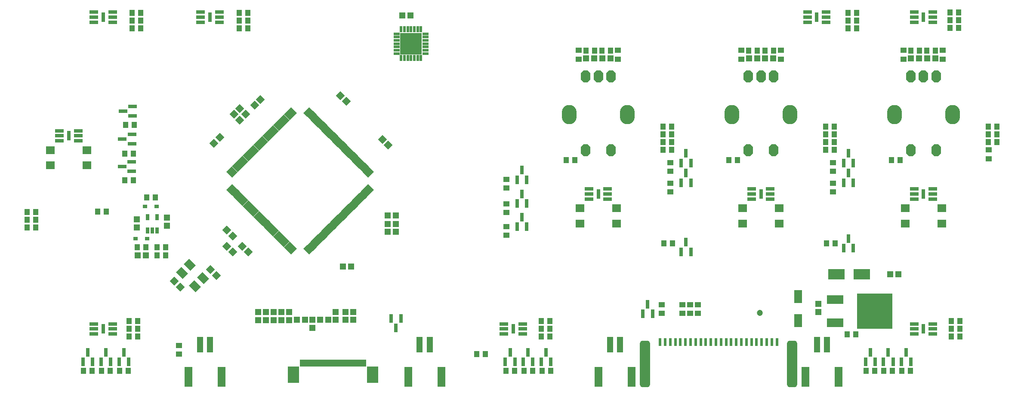
<source format=gts>
G04*
G04 #@! TF.GenerationSoftware,Altium Limited,Altium Designer,22.1.2 (22)*
G04*
G04 Layer_Color=8388736*
%FSLAX44Y44*%
%MOMM*%
G71*
G04*
G04 #@! TF.SameCoordinates,4FF52C19-E322-4989-B108-829305E1C033*
G04*
G04*
G04 #@! TF.FilePolarity,Negative*
G04*
G01*
G75*
%ADD26R,1.5748X2.6162*%
%ADD48R,6.9032X6.9032*%
%ADD49R,3.2032X1.8032*%
G04:AMPARAMS|DCode=50|XSize=9.2032mm|YSize=2.0032mm|CornerRadius=0.5516mm|HoleSize=0mm|Usage=FLASHONLY|Rotation=90.000|XOffset=0mm|YOffset=0mm|HoleType=Round|Shape=RoundedRectangle|*
%AMROUNDEDRECTD50*
21,1,9.2032,0.9000,0,0,90.0*
21,1,8.1000,2.0032,0,0,90.0*
1,1,1.1032,0.4500,4.0500*
1,1,1.1032,0.4500,-4.0500*
1,1,1.1032,-0.4500,-4.0500*
1,1,1.1032,-0.4500,4.0500*
%
%ADD50ROUNDEDRECTD50*%
%ADD51R,0.5032X1.5032*%
%ADD52R,1.2032X3.0532*%
%ADD53R,1.6032X4.0032*%
%ADD54R,3.2532X2.0032*%
%ADD55R,0.9032X0.6532*%
%ADD56R,1.8032X0.8032*%
%ADD57R,0.7332X1.9732*%
%ADD58R,1.8032X1.6032*%
%ADD59R,0.8032X1.2032*%
%ADD60R,1.3032X0.5532*%
%ADD61R,0.5532X1.3032*%
%ADD62R,4.2032X4.2032*%
G04:AMPARAMS|DCode=63|XSize=1.8032mm|YSize=1.4532mm|CornerRadius=0mm|HoleSize=0mm|Usage=FLASHONLY|Rotation=135.000|XOffset=0mm|YOffset=0mm|HoleType=Round|Shape=Rectangle|*
%AMROTATEDRECTD63*
4,1,4,1.1513,-0.1237,0.1237,-1.1513,-1.1513,0.1237,-0.1237,1.1513,1.1513,-0.1237,0.0*
%
%ADD63ROTATEDRECTD63*%

G04:AMPARAMS|DCode=64|XSize=0.4832mm|YSize=1.6532mm|CornerRadius=0mm|HoleSize=0mm|Usage=FLASHONLY|Rotation=45.000|XOffset=0mm|YOffset=0mm|HoleType=Round|Shape=Rectangle|*
%AMROTATEDRECTD64*
4,1,4,0.4137,-0.7553,-0.7553,0.4137,-0.4137,0.7553,0.7553,-0.4137,0.4137,-0.7553,0.0*
%
%ADD64ROTATEDRECTD64*%

G04:AMPARAMS|DCode=65|XSize=0.4832mm|YSize=1.6532mm|CornerRadius=0mm|HoleSize=0mm|Usage=FLASHONLY|Rotation=135.000|XOffset=0mm|YOffset=0mm|HoleType=Round|Shape=Rectangle|*
%AMROTATEDRECTD65*
4,1,4,0.7553,0.4137,-0.4137,-0.7553,-0.7553,-0.4137,0.4137,0.7553,0.7553,0.4137,0.0*
%
%ADD65ROTATEDRECTD65*%

%ADD66R,0.5032X1.4532*%
%ADD67R,2.2032X3.2032*%
%ADD68P,1.7016X4X180.0*%
%ADD69R,1.7032X0.8032*%
%ADD70R,1.2032X1.1032*%
%ADD71C,1.2032*%
%ADD72R,1.2032X1.2032*%
%ADD73P,1.7016X4X90.0*%
%ADD74R,1.2032X1.2032*%
%ADD75R,1.1032X1.2032*%
%ADD76R,0.8032X1.7032*%
%ADD77O,2.9032X3.8032*%
G04:AMPARAMS|DCode=78|XSize=1.8032mm|YSize=2.3032mm|CornerRadius=0mm|HoleSize=0mm|Usage=FLASHONLY|Rotation=180.000|XOffset=0mm|YOffset=0mm|HoleType=Round|Shape=Octagon|*
%AMOCTAGOND78*
4,1,8,0.4508,-1.1516,-0.4508,-1.1516,-0.9016,-0.7008,-0.9016,0.7008,-0.4508,1.1516,0.4508,1.1516,0.9016,0.7008,0.9016,-0.7008,0.4508,-1.1516,0.0*
%
%ADD78OCTAGOND78*%

D26*
X1711960Y329565D02*
D03*
Y376555D02*
D03*
D48*
X1862970Y347980D02*
D03*
D49*
X1784470Y370840D02*
D03*
Y325120D02*
D03*
D50*
X1700388Y243335D02*
D03*
X1410860D02*
D03*
D51*
X1670360Y286665D02*
D03*
X1660360D02*
D03*
X1650360Y286665D02*
D03*
X1640360D02*
D03*
X1630360Y286665D02*
D03*
X1620360D02*
D03*
X1610360D02*
D03*
X1600360D02*
D03*
X1590360D02*
D03*
X1580360Y286665D02*
D03*
X1570360Y286665D02*
D03*
X1560360D02*
D03*
X1550360Y286665D02*
D03*
X1540360D02*
D03*
X1530360Y286665D02*
D03*
X1520360D02*
D03*
X1510360D02*
D03*
X1500360D02*
D03*
X1490360D02*
D03*
X1480360D02*
D03*
X1470360D02*
D03*
X1460360D02*
D03*
X1450360D02*
D03*
X1440360Y286665D02*
D03*
D52*
X534830Y281875D02*
D03*
X554830D02*
D03*
X1341860D02*
D03*
X1361860D02*
D03*
X1748950D02*
D03*
X1768950D02*
D03*
X987360D02*
D03*
X967360D02*
D03*
D53*
X512330Y218125D02*
D03*
X577330D02*
D03*
X1319360D02*
D03*
X1384360D02*
D03*
X1726450D02*
D03*
X1791450D02*
D03*
X1009860D02*
D03*
X944860D02*
D03*
D54*
X1837290Y420370D02*
D03*
X1787290D02*
D03*
D55*
X407930Y490678D02*
D03*
X430930D02*
D03*
X449910Y554178D02*
D03*
X426910D02*
D03*
D56*
X1977360Y937660D02*
D03*
X1977360Y927660D02*
D03*
X1977360Y917660D02*
D03*
X1940360Y937660D02*
D03*
X1940360Y927660D02*
D03*
X1940360Y917660D02*
D03*
X1337360Y588660D02*
D03*
X1337360Y578660D02*
D03*
X1337360Y568660D02*
D03*
X1300360Y588660D02*
D03*
X1300360Y578660D02*
D03*
X1300360Y568660D02*
D03*
X326360Y302660D02*
D03*
X326360Y312660D02*
D03*
X326360Y322660D02*
D03*
X363360Y302660D02*
D03*
X363360Y312660D02*
D03*
X363360Y322660D02*
D03*
X1657360Y588660D02*
D03*
X1657360Y578660D02*
D03*
X1657360Y568660D02*
D03*
X1620360Y588660D02*
D03*
X1620360Y578660D02*
D03*
X1620360Y568660D02*
D03*
X1133360Y302660D02*
D03*
X1133360Y312660D02*
D03*
X1133360Y322660D02*
D03*
X1170360Y302660D02*
D03*
X1170360Y312660D02*
D03*
X1170360Y322660D02*
D03*
X1977360Y588660D02*
D03*
X1977360Y578660D02*
D03*
X1977360Y568660D02*
D03*
X1940360Y588660D02*
D03*
X1940360Y578660D02*
D03*
X1940360Y568660D02*
D03*
Y302660D02*
D03*
X1940360Y312660D02*
D03*
X1940360Y322660D02*
D03*
X1977360Y302660D02*
D03*
X1977360Y312660D02*
D03*
X1977360Y322660D02*
D03*
X258360Y683660D02*
D03*
X258360Y693660D02*
D03*
X258360Y703660D02*
D03*
X295360Y683660D02*
D03*
X295360Y693660D02*
D03*
X295360Y703660D02*
D03*
X326360Y917660D02*
D03*
X326360Y927660D02*
D03*
X326360Y937660D02*
D03*
X363360Y917660D02*
D03*
X363360Y927660D02*
D03*
X363360Y937660D02*
D03*
X573360D02*
D03*
X573360Y927660D02*
D03*
X573360Y917660D02*
D03*
X536360Y937660D02*
D03*
X536360Y927660D02*
D03*
X536360Y917660D02*
D03*
X1730360D02*
D03*
X1730360Y927660D02*
D03*
X1730360Y937660D02*
D03*
X1767360Y917660D02*
D03*
X1767360Y927660D02*
D03*
X1767360Y937660D02*
D03*
D57*
X1958860Y927660D02*
D03*
X1318860Y578660D02*
D03*
X344860Y312660D02*
D03*
X1638860Y578660D02*
D03*
X1151860Y312660D02*
D03*
X1958860Y578660D02*
D03*
Y312660D02*
D03*
X276860Y693660D02*
D03*
X344860Y927660D02*
D03*
X554860D02*
D03*
X1748860D02*
D03*
D58*
X240860Y665660D02*
D03*
X312860D02*
D03*
Y635660D02*
D03*
X240860D02*
D03*
X1994860Y520660D02*
D03*
X1922860D02*
D03*
Y550660D02*
D03*
X1994860D02*
D03*
X1674860Y520660D02*
D03*
X1602860D02*
D03*
Y550660D02*
D03*
X1674860D02*
D03*
X1354860Y520660D02*
D03*
X1282860D02*
D03*
Y550660D02*
D03*
X1354860D02*
D03*
D59*
X431521Y532888D02*
D03*
X450521D02*
D03*
Y506888D02*
D03*
X441021D02*
D03*
X431521D02*
D03*
D60*
X921790Y894988D02*
D03*
Y888488D02*
D03*
Y881988D02*
D03*
Y875488D02*
D03*
Y868988D02*
D03*
Y862488D02*
D03*
Y855988D02*
D03*
X978790D02*
D03*
Y862488D02*
D03*
Y868988D02*
D03*
Y875488D02*
D03*
Y881988D02*
D03*
Y888488D02*
D03*
Y894988D02*
D03*
D61*
X930790Y846988D02*
D03*
X937290D02*
D03*
X943790D02*
D03*
X950290D02*
D03*
X956790D02*
D03*
X963290D02*
D03*
X969790D02*
D03*
Y903988D02*
D03*
X963290D02*
D03*
X956790D02*
D03*
X950290D02*
D03*
X943790D02*
D03*
X937290D02*
D03*
X930790D02*
D03*
D62*
X950290Y875488D02*
D03*
D63*
X499260Y423373D02*
D03*
X525423Y397210D02*
D03*
X540980Y412767D02*
D03*
X514817Y438930D02*
D03*
D64*
X594501Y618725D02*
D03*
X598036Y622261D02*
D03*
X601572Y625796D02*
D03*
X605108Y629332D02*
D03*
X608643Y632868D02*
D03*
X612179Y636403D02*
D03*
X615714Y639939D02*
D03*
X619250Y643474D02*
D03*
X622785Y647010D02*
D03*
X626321Y650545D02*
D03*
X629856Y654081D02*
D03*
X633392Y657616D02*
D03*
X636927Y661152D02*
D03*
X640463Y664687D02*
D03*
X643998Y668223D02*
D03*
X647534Y671758D02*
D03*
X651069Y675294D02*
D03*
X654605Y678829D02*
D03*
X658140Y682365D02*
D03*
X661676Y685900D02*
D03*
X665212Y689436D02*
D03*
X668747Y692972D02*
D03*
X672283Y696507D02*
D03*
X675818Y700043D02*
D03*
X679354Y703578D02*
D03*
X682889Y707114D02*
D03*
X686425Y710649D02*
D03*
X689960Y714185D02*
D03*
X693496Y717720D02*
D03*
X697031Y721256D02*
D03*
X700567Y724791D02*
D03*
X704102Y728327D02*
D03*
X707638Y731862D02*
D03*
X711174Y735398D02*
D03*
X714709Y738933D02*
D03*
X718245Y742469D02*
D03*
X869919Y590795D02*
D03*
X866384Y587259D02*
D03*
X862848Y583724D02*
D03*
X859312Y580188D02*
D03*
X855777Y576652D02*
D03*
X852241Y573117D02*
D03*
X848706Y569581D02*
D03*
X845170Y566046D02*
D03*
X841635Y562510D02*
D03*
X838099Y558975D02*
D03*
X834564Y555439D02*
D03*
X831028Y551904D02*
D03*
X827493Y548368D02*
D03*
X823957Y544833D02*
D03*
X820422Y541297D02*
D03*
X816886Y537762D02*
D03*
X813351Y534226D02*
D03*
X809815Y530691D02*
D03*
X806279Y527155D02*
D03*
X802744Y523619D02*
D03*
X799208Y520084D02*
D03*
X795673Y516548D02*
D03*
X792137Y513013D02*
D03*
X788602Y509477D02*
D03*
X785066Y505942D02*
D03*
X781531Y502406D02*
D03*
X777995Y498871D02*
D03*
X774460Y495335D02*
D03*
X770924Y491800D02*
D03*
X767389Y488264D02*
D03*
X763853Y484729D02*
D03*
X760318Y481193D02*
D03*
X756782Y477658D02*
D03*
X753246Y474122D02*
D03*
X749711Y470587D02*
D03*
X746175Y467051D02*
D03*
D65*
Y742469D02*
D03*
X749711Y738933D02*
D03*
X753246Y735398D02*
D03*
X756782Y731862D02*
D03*
X760318Y728327D02*
D03*
X763853Y724791D02*
D03*
X767389Y721256D02*
D03*
X770924Y717720D02*
D03*
X774460Y714185D02*
D03*
X777995Y710649D02*
D03*
X781531Y707114D02*
D03*
X785066Y703578D02*
D03*
X788602Y700043D02*
D03*
X792137Y696507D02*
D03*
X795673Y692972D02*
D03*
X799208Y689436D02*
D03*
X802744Y685900D02*
D03*
X806279Y682365D02*
D03*
X809815Y678829D02*
D03*
X813351Y675294D02*
D03*
X816886Y671758D02*
D03*
X820422Y668223D02*
D03*
X823957Y664687D02*
D03*
X827493Y661152D02*
D03*
X831028Y657616D02*
D03*
X834564Y654081D02*
D03*
X838099Y650545D02*
D03*
X841635Y647010D02*
D03*
X845170Y643474D02*
D03*
X848706Y639939D02*
D03*
X852241Y636403D02*
D03*
X855777Y632868D02*
D03*
X859312Y629332D02*
D03*
X862848Y625796D02*
D03*
X866384Y622261D02*
D03*
X869919Y618725D02*
D03*
X718245Y467051D02*
D03*
X714709Y470587D02*
D03*
X711174Y474122D02*
D03*
X707638Y477658D02*
D03*
X704102Y481193D02*
D03*
X700567Y484729D02*
D03*
X697031Y488264D02*
D03*
X693496Y491800D02*
D03*
X689960Y495335D02*
D03*
X686425Y498871D02*
D03*
X682889Y502406D02*
D03*
X679354Y505942D02*
D03*
X675818Y509477D02*
D03*
X672283Y513013D02*
D03*
X668747Y516548D02*
D03*
X665212Y520084D02*
D03*
X661676Y523619D02*
D03*
X658140Y527155D02*
D03*
X654605Y530691D02*
D03*
X651069Y534226D02*
D03*
X647534Y537762D02*
D03*
X643998Y541297D02*
D03*
X640463Y544833D02*
D03*
X636927Y548368D02*
D03*
X633392Y551904D02*
D03*
X629856Y555439D02*
D03*
X626321Y558975D02*
D03*
X622785Y562510D02*
D03*
X619250Y566046D02*
D03*
X615714Y569581D02*
D03*
X612179Y573117D02*
D03*
X608643Y576652D02*
D03*
X605108Y580188D02*
D03*
X601572Y583724D02*
D03*
X598036Y587259D02*
D03*
X594501Y590795D02*
D03*
D66*
X859160Y245625D02*
D03*
X854160D02*
D03*
X849160D02*
D03*
X844160D02*
D03*
X839160D02*
D03*
X834160D02*
D03*
X829160D02*
D03*
X824160D02*
D03*
X819160D02*
D03*
X814160D02*
D03*
X809160D02*
D03*
X804160D02*
D03*
X799160D02*
D03*
X794160D02*
D03*
X789160D02*
D03*
X784160D02*
D03*
X779160D02*
D03*
X774160D02*
D03*
X769160D02*
D03*
X764160D02*
D03*
X759160D02*
D03*
X754160D02*
D03*
X749160D02*
D03*
X744160D02*
D03*
X739160D02*
D03*
X734160D02*
D03*
D67*
X718760Y222375D02*
D03*
X874560D02*
D03*
D68*
X613407Y747577D02*
D03*
X602093Y736263D02*
D03*
X624837Y736147D02*
D03*
X613523Y724833D02*
D03*
X574037Y690427D02*
D03*
X562723Y679113D02*
D03*
X654047Y765357D02*
D03*
X642733Y754043D02*
D03*
D69*
X382350Y687310D02*
D03*
X401350Y696810D02*
D03*
X401350Y677810D02*
D03*
X400990Y623418D02*
D03*
Y642418D02*
D03*
X381990Y632918D02*
D03*
X383260Y742138D02*
D03*
X402260Y751638D02*
D03*
Y732638D02*
D03*
D70*
X1780870Y600340D02*
D03*
Y583340D02*
D03*
X494030Y263280D02*
D03*
Y280280D02*
D03*
X1443990Y343290D02*
D03*
Y360290D02*
D03*
X1484630D02*
D03*
Y343290D02*
D03*
X1499870Y360290D02*
D03*
Y343290D02*
D03*
X1515110Y360290D02*
D03*
Y343290D02*
D03*
X1996770Y862180D02*
D03*
Y845180D02*
D03*
X1919300Y862180D02*
D03*
Y845180D02*
D03*
X1677980Y862180D02*
D03*
Y845180D02*
D03*
X1600510Y862180D02*
D03*
Y845180D02*
D03*
X1357430Y862180D02*
D03*
Y845180D02*
D03*
X1279960Y862180D02*
D03*
Y845180D02*
D03*
X2087300Y648720D02*
D03*
Y665720D02*
D03*
X1780870Y623538D02*
D03*
Y640538D02*
D03*
X1460870Y600340D02*
D03*
Y583340D02*
D03*
X1460870Y623538D02*
D03*
Y640538D02*
D03*
X1138250Y590520D02*
D03*
Y607520D02*
D03*
Y559260D02*
D03*
Y542260D02*
D03*
Y497810D02*
D03*
Y514810D02*
D03*
D71*
X1637030Y344170D02*
D03*
D72*
X920550Y504430D02*
D03*
X904550D02*
D03*
X725480Y330440D02*
D03*
X741480D02*
D03*
X787200D02*
D03*
X771200D02*
D03*
X949400Y931368D02*
D03*
X933400D02*
D03*
X1893190Y420370D02*
D03*
X1909190D02*
D03*
X428700Y457658D02*
D03*
X412700D02*
D03*
X904550Y536180D02*
D03*
X920550D02*
D03*
X816030Y435850D02*
D03*
X832030D02*
D03*
X904550Y519670D02*
D03*
X920550D02*
D03*
X1981910Y846060D02*
D03*
X1965910D02*
D03*
X1934160D02*
D03*
X1950160D02*
D03*
X1663120Y846060D02*
D03*
X1647120D02*
D03*
X1615370D02*
D03*
X1631370D02*
D03*
X1342570D02*
D03*
X1326570D02*
D03*
X1294820D02*
D03*
X1310820D02*
D03*
D73*
X588123Y475797D02*
D03*
X599437Y464483D02*
D03*
X495874Y395326D02*
D03*
X484560Y406640D02*
D03*
X555680Y429500D02*
D03*
X566994Y418186D02*
D03*
X905507Y675303D02*
D03*
X894193Y686617D02*
D03*
X618603Y475797D02*
D03*
X629917Y464483D02*
D03*
X822957Y761663D02*
D03*
X811643Y772977D02*
D03*
X588123Y507547D02*
D03*
X599437Y496233D02*
D03*
D74*
X802060Y346440D02*
D03*
Y330440D02*
D03*
X710620Y346060D02*
D03*
Y330060D02*
D03*
X695380Y346060D02*
D03*
Y330060D02*
D03*
X680140Y346060D02*
D03*
Y330060D02*
D03*
X664900Y346060D02*
D03*
Y330060D02*
D03*
X649660Y346060D02*
D03*
Y330060D02*
D03*
X756340Y314440D02*
D03*
Y330440D02*
D03*
X1751472Y345811D02*
D03*
Y361811D02*
D03*
X410540Y528778D02*
D03*
Y512778D02*
D03*
X470230Y532588D02*
D03*
Y516588D02*
D03*
X836350Y346440D02*
D03*
Y330440D02*
D03*
X821110Y346440D02*
D03*
Y330440D02*
D03*
D75*
X1079310Y263130D02*
D03*
X1096310D02*
D03*
X1825870Y302260D02*
D03*
X1808870D02*
D03*
X1784650Y481570D02*
D03*
X1767650D02*
D03*
X1846030Y230328D02*
D03*
X1863030D02*
D03*
X1880320D02*
D03*
X1897320D02*
D03*
X2013280Y312878D02*
D03*
X2030280D02*
D03*
X2013280Y297638D02*
D03*
X2030280D02*
D03*
X2013280Y328118D02*
D03*
X2030280D02*
D03*
X1915880Y230328D02*
D03*
X1932880D02*
D03*
X629140Y935990D02*
D03*
X612140D02*
D03*
X629140Y905510D02*
D03*
X612140D02*
D03*
X629140Y920750D02*
D03*
X612140D02*
D03*
X418320Y935990D02*
D03*
X401320D02*
D03*
X418320Y905510D02*
D03*
X401320D02*
D03*
X418320Y920750D02*
D03*
X401320D02*
D03*
X2028130Y922020D02*
D03*
X2011130D02*
D03*
X411810Y474168D02*
D03*
X428810D02*
D03*
X467300Y457658D02*
D03*
X450300D02*
D03*
X467300Y474168D02*
D03*
X450300D02*
D03*
X446926Y571958D02*
D03*
X429926D02*
D03*
X2011130Y937260D02*
D03*
X2028130D02*
D03*
X2011130Y906780D02*
D03*
X2028130D02*
D03*
X1810470Y935990D02*
D03*
X1827470D02*
D03*
X1810470Y905510D02*
D03*
X1827470D02*
D03*
X1810470Y920750D02*
D03*
X1827470D02*
D03*
X386800Y606248D02*
D03*
X403800Y606248D02*
D03*
X386800Y658318D02*
D03*
X403800D02*
D03*
X388430Y715250D02*
D03*
X405430Y715250D02*
D03*
X195020Y527940D02*
D03*
X212020D02*
D03*
X195020Y543180D02*
D03*
X212020D02*
D03*
X195020Y512700D02*
D03*
X212020D02*
D03*
X350820Y543800D02*
D03*
X333820D02*
D03*
X1982410Y861300D02*
D03*
X1965410D02*
D03*
X1933660D02*
D03*
X1950660D02*
D03*
X1895920Y645400D02*
D03*
X1912920D02*
D03*
X1575920D02*
D03*
X1592920D02*
D03*
X1663620Y861300D02*
D03*
X1646620D02*
D03*
X1614870D02*
D03*
X1631870D02*
D03*
X1343070D02*
D03*
X1326070D02*
D03*
X1294320D02*
D03*
X1311320D02*
D03*
X1255920Y645400D02*
D03*
X1272920D02*
D03*
X2103420Y711658D02*
D03*
X2086420D02*
D03*
X2103420Y681178D02*
D03*
X2086420D02*
D03*
X2103420Y696418D02*
D03*
X2086420D02*
D03*
X1783420Y711658D02*
D03*
X1766420D02*
D03*
X1783420Y681178D02*
D03*
X1766420D02*
D03*
X1783420Y696418D02*
D03*
X1766420D02*
D03*
X1782990Y665720D02*
D03*
X1765990D02*
D03*
X1448000Y481570D02*
D03*
X1465000D02*
D03*
X1463420Y711658D02*
D03*
X1446420D02*
D03*
X1463420Y681178D02*
D03*
X1446420D02*
D03*
X1463420Y696418D02*
D03*
X1446420D02*
D03*
X1463420Y665720D02*
D03*
X1446420D02*
D03*
X412300Y328118D02*
D03*
X395300D02*
D03*
X412300Y297638D02*
D03*
X395300D02*
D03*
X412300Y312878D02*
D03*
X395300D02*
D03*
X393640Y230328D02*
D03*
X376640D02*
D03*
X358080D02*
D03*
X341080D02*
D03*
X322520D02*
D03*
X305520D02*
D03*
X1223830Y327900D02*
D03*
X1206830D02*
D03*
X1223830Y297420D02*
D03*
X1206830D02*
D03*
X1223830Y312660D02*
D03*
X1206830D02*
D03*
X1225030Y230328D02*
D03*
X1208030D02*
D03*
X1189470D02*
D03*
X1172470D02*
D03*
X1153910D02*
D03*
X1136910D02*
D03*
D76*
X1845030Y247498D02*
D03*
X1864030D02*
D03*
X1854530Y266498D02*
D03*
X1879930Y247498D02*
D03*
X1898930D02*
D03*
X1889430Y266498D02*
D03*
X1914880Y247498D02*
D03*
X1933880D02*
D03*
X1924380Y266498D02*
D03*
X1416050Y361290D02*
D03*
X1425550Y342290D02*
D03*
X1406550D02*
D03*
X1811020Y490830D02*
D03*
X1820520Y471830D02*
D03*
X1801520D02*
D03*
X1811350Y620000D02*
D03*
X1820850Y601000D02*
D03*
X1801850D02*
D03*
X1811350Y658928D02*
D03*
X1820850Y639928D02*
D03*
X1801850D02*
D03*
X1491350Y483668D02*
D03*
X1500850Y464668D02*
D03*
X1481850D02*
D03*
X1491350Y620000D02*
D03*
X1500850Y601000D02*
D03*
X1481850D02*
D03*
X1491350Y658928D02*
D03*
X1500850Y639928D02*
D03*
X1481850D02*
D03*
X1168730Y533200D02*
D03*
X1178230Y514200D02*
D03*
X1159230D02*
D03*
X1168730Y578920D02*
D03*
X1178230Y559920D02*
D03*
X1159230D02*
D03*
X1168730Y625910D02*
D03*
X1178230Y606910D02*
D03*
X1159230D02*
D03*
X920750Y314350D02*
D03*
X911250Y333350D02*
D03*
X930250D02*
D03*
X385140Y266498D02*
D03*
X394640Y247498D02*
D03*
X375640D02*
D03*
X349580Y266498D02*
D03*
X359080Y247498D02*
D03*
X340080D02*
D03*
X314020Y266498D02*
D03*
X323520Y247498D02*
D03*
X304520D02*
D03*
X1215870Y266498D02*
D03*
X1225370Y247498D02*
D03*
X1206370D02*
D03*
X1180310Y266498D02*
D03*
X1189810Y247498D02*
D03*
X1170810D02*
D03*
X1145410Y266498D02*
D03*
X1154910Y247498D02*
D03*
X1135910D02*
D03*
D77*
X1901860Y735660D02*
D03*
X2015860D02*
D03*
X1581860D02*
D03*
X1695860D02*
D03*
X1261860D02*
D03*
X1375860D02*
D03*
D78*
X1933860Y665660D02*
D03*
X1983860D02*
D03*
X1933860Y810660D02*
D03*
X1958860D02*
D03*
X1983860D02*
D03*
X1613860Y665660D02*
D03*
X1663860D02*
D03*
X1613860Y810660D02*
D03*
X1638860D02*
D03*
X1663860D02*
D03*
X1293860Y665660D02*
D03*
X1343860D02*
D03*
X1293860Y810660D02*
D03*
X1318860D02*
D03*
X1343860D02*
D03*
M02*

</source>
